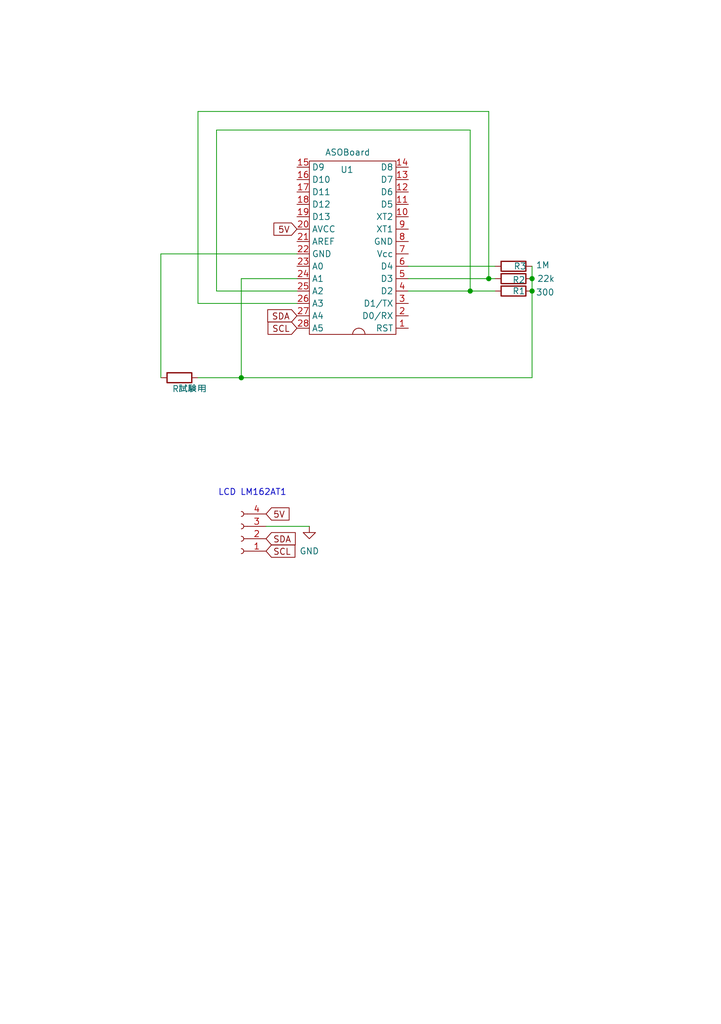
<source format=kicad_sch>
(kicad_sch (version 20231120) (generator "eeschema") (generator_version "8.0")
  (paper "A5" portrait)
  (lib_symbols
    (symbol "Connector:Conn_01x04_Socket" (pin_names (offset 1.016) hide)
      (property "Reference" "J" (at 0 5.08 0))
      (property "Value" "Conn_01x04_Socket" (at 0 -7.62 0))
      (symbol "Conn_01x04_Socket_1_1"
        (arc (start 0 -4.572) (mid -0.5058 -5.08) (end 0 -5.588) (stroke (width 0.1524)))
        (arc (start 0 -2.032) (mid -0.5058 -2.54) (end 0 -3.048) (stroke (width 0.1524)))
        (polyline (pts (xy -1.27 -5.08) (xy -0.508 -5.08)) (stroke (width 0.1524)))
        (polyline (pts (xy -1.27 -2.54) (xy -0.508 -2.54)) (stroke (width 0.1524)))
        (polyline (pts (xy -1.27 0) (xy -0.508 0)) (stroke (width 0.1524)))
        (polyline (pts (xy -1.27 2.54) (xy -0.508 2.54)) (stroke (width 0.1524)))
        (arc (start 0 0.508) (mid -0.5058 0) (end 0 -0.508) (stroke (width 0.1524)))
        (arc (start 0 3.048) (mid -0.5058 2.54) (end 0 2.032) (stroke (width 0.1524)))
        (pin passive line (at -5.08 2.54 0) (length 3.81) (name "Pin_1") (number "1"))
        (pin passive line (at -5.08 0 0) (length 3.81) (name "Pin_2") (number "2"))
        (pin passive line (at -5.08 -2.54 0) (length 3.81) (name "Pin_3") (number "3"))
        (pin passive line (at -5.08 -5.08 0) (length 3.81) (name "Pin_4") (number "4"))
      )
    )
    (symbol "Device:R" (pin_numbers hide) (pin_names (offset 0))
      (property "Reference" "R" (at 2.032 0 90))
      (property "Value" "R" (at 0 0 90))
      (symbol "R_0_1"
        (rectangle (start -1.016 -2.54) (end 1.016 2.54) (stroke (width 0.254)))
      )
      (symbol "R_1_1"
        (pin passive line (at 0 3.81 270) (length 1.27) (name "~") (number "1"))
        (pin passive line (at 0 -3.81 90) (length 1.27) (name "~") (number "2"))
      )
    )
    (symbol "Ore:ATmega328U_Duino"
      (property "Reference" "ATmega328P_arduino" (at 0 0 0))
      (symbol "ATmega328U_Duino_0_1"
        (arc (start -17.7799 11.4299) (mid -16.8819 11.8019) (end -16.5099 12.6999))
        (rectangle (start -17.78 22.86) (end 17.78 5.08))
        (arc (start -16.5099 12.7001) (mid -16.8819 13.5981) (end -17.7799 13.9701))
      )
      (symbol "ATmega328U_Duino_1_1"
        (pin input line (at -16.51 2.54 90) (length 2.54) (name "RST") (number "1"))
        (pin input line (at 6.35 2.54 90) (length 2.54) (name "XT2") (number "10"))
        (pin output line (at 8.89 2.54 90) (length 2.54) (name "D5") (number "11"))
        (pin output line (at 11.43 2.54 90) (length 2.54) (name "D6") (number "12"))
        (pin output line (at 13.97 2.54 90) (length 2.54) (name "D7") (number "13"))
        (pin output line (at 16.51 2.54 90) (length 2.54) (name "D8") (number "14"))
        (pin output line (at 16.51 25.4 270) (length 2.54) (name "D9") (number "15"))
        (pin output line (at 13.97 25.4 270) (length 2.54) (name "D10") (number "16"))
        (pin unspecified line (at 11.43 25.4 270) (length 2.54) (name "D11") (number "17"))
        (pin unspecified line (at 8.89 25.4 270) (length 2.54) (name "D12") (number "18"))
        (pin unspecified line (at 6.35 25.4 270) (length 2.54) (name "D13") (number "19"))
        (pin output line (at -13.97 2.54 90) (length 2.54) (name "D0/RX") (number "2"))
        (pin unspecified line (at 3.81 25.4 270) (length 2.54) (name "AVCC") (number "20"))
        (pin unspecified line (at 1.27 25.4 270) (length 2.54) (name "AREF") (number "21"))
        (pin unspecified line (at -1.27 25.4 270) (length 2.54) (name "GND") (number "22"))
        (pin unspecified line (at -3.81 25.4 270) (length 2.54) (name "A0") (number "23"))
        (pin unspecified line (at -6.35 25.4 270) (length 2.54) (name "A1") (number "24"))
        (pin unspecified line (at -8.89 25.4 270) (length 2.54) (name "A2") (number "25"))
        (pin unspecified line (at -11.43 25.4 270) (length 2.54) (name "A3") (number "26"))
        (pin unspecified line (at -13.97 25.4 270) (length 2.54) (name "A4") (number "27"))
        (pin unspecified line (at -16.51 25.4 270) (length 2.54) (name "A5") (number "28"))
        (pin output line (at -11.43 2.54 90) (length 2.54) (name "D1/TX") (number "3"))
        (pin output line (at -8.89 2.54 90) (length 2.54) (name "D2") (number "4"))
        (pin output line (at -6.35 2.54 90) (length 2.54) (name "D3") (number "5"))
        (pin output line (at -3.81 2.54 90) (length 2.54) (name "D4") (number "6"))
        (pin power_in line (at -1.27 2.54 90) (length 2.54) (name "Vcc") (number "7"))
        (pin power_out line (at 1.27 2.54 90) (length 2.54) (name "GND") (number "8"))
        (pin input line (at 3.81 2.54 90) (length 2.54) (name "XT1") (number "9"))
      )
    )
    (symbol "power:GND" (power) (pin_numbers hide) (pin_names (offset 0) hide)
      (property "Value" "GND" (at 0 -3.81 0))
      (symbol "GND_0_1"
        (polyline (pts (xy 0 0) (xy 0 -1.27) (xy 1.27 -1.27) (xy 0 -2.54) (xy -1.27 -1.27) (xy 0 -1.27)))
      )
      (symbol "GND_1_1"
        (pin power_in line (at 0 0 270) (length 0) (name "~") (number "1"))
      )
    )
  )
  (junction (at 109.22 57.15))
  (junction (at 96.52 59.69))
  (junction (at 49.53 77.47))
  (junction (at 100.33 57.15))
  (junction (at 109.22 59.69))
  (wire (pts (xy 60.96 59.69) (xy 44.45 59.69)))
  (wire (pts (xy 60.96 62.23) (xy 40.64 62.23)))
  (wire (pts (xy 96.52 59.69) (xy 83.82 59.69)))
  (wire (pts (xy 49.53 77.47) (xy 40.64 77.47)))
  (wire (pts (xy 101.6 59.69) (xy 96.52 59.69)))
  (wire (pts (xy 33.02 77.47) (xy 33.02 52.07)))
  (wire (pts (xy 100.33 22.86) (xy 100.33 57.15)))
  (wire (pts (xy 109.22 54.61) (xy 109.22 57.15)))
  (wire (pts (xy 109.22 77.47) (xy 109.22 59.69)))
  (wire (pts (xy 101.6 57.15) (xy 100.33 57.15)))
  (wire (pts (xy 101.6 54.61) (xy 83.82 54.61)))
  (wire (pts (xy 60.96 52.07) (xy 33.02 52.07)))
  (wire (pts (xy 44.45 59.69) (xy 44.45 26.67)))
  (wire (pts (xy 54.61 107.95) (xy 63.5 107.95)))
  (wire (pts (xy 49.53 57.15) (xy 49.53 77.47)))
  (wire (pts (xy 40.64 22.86) (xy 100.33 22.86)))
  (wire (pts (xy 40.64 62.23) (xy 40.64 22.86)))
  (wire (pts (xy 60.96 57.15) (xy 49.53 57.15)))
  (wire (pts (xy 44.45 26.67) (xy 96.52 26.67)))
  (wire (pts (xy 100.33 57.15) (xy 83.82 57.15)))
  (wire (pts (xy 96.52 26.67) (xy 96.52 59.69)))
  (wire (pts (xy 109.22 57.15) (xy 109.22 59.69)))
  (wire (pts (xy 109.22 77.47) (xy 49.53 77.47)))
  (text "LCD LM162AT1" (at 51.816 101.092 0) (effects (font (size 1.27 1.27))))
  (global_label "SDA" (shape input) (at 60.96 64.77 180) (property "Intersheetrefs" "${INTERSHEET_REFS}" (effects (hide yes))))
  (global_label "SCL" (shape input) (at 54.61 113.03 0) (property "Intersheetrefs" "${INTERSHEET_REFS}" (effects (hide yes))))
  (global_label "5V" (shape input) (at 60.96 46.99 180) (property "Intersheetrefs" "${INTERSHEET_REFS}" (effects (hide yes))))
  (global_label "5V" (shape input) (at 54.61 105.41 0) (property "Intersheetrefs" "${INTERSHEET_REFS}" (effects (hide yes))))
  (global_label "SDA" (shape input) (at 54.61 110.49 0) (property "Intersheetrefs" "${INTERSHEET_REFS}" (effects (hide yes))))
  (global_label "SCL" (shape input) (at 60.96 67.31 180) (property "Intersheetrefs" "${INTERSHEET_REFS}" (effects (hide yes))))
  (symbol (lib_id "Ore:ATmega328U_Duino") (at 86.36 50.8 90) (unit 1)
    (property "Reference" "U1" (at 69.85 34.798 90) (effects (justify right)))
    (property "Value" "ASOBoard" (at 71.374 31.242 90))
  )
  (symbol (lib_id "Connector:Conn_01x04_Socket") (at 49.53 110.49 180) (unit 1)
    (property "Reference" "J1" (effects (hide yes)))
    (property "Value" "Conn_01x04_Socket" (effects (hide yes)))
    (property "Description" "Generic connector, single row, 01x04, script generated" (effects (hide yes)))
  )
  (symbol (lib_id "Device:R") (at 105.41 54.61 270) (unit 1)
    (property "Reference" "R3" (at 105.41 54.61 90) (effects (justify left)))
    (property "Value" "1M" (at 109.982 54.356 90) (effects (justify left)))
  )
  (symbol (lib_id "Device:R") (at 105.41 57.15 270) (unit 1)
    (property "Reference" "R2" (at 105.156 57.404 90) (effects (justify left)))
    (property "Value" "22k" (at 110.236 57.15 90) (effects (justify left)))
  )
  (symbol (lib_id "Device:R") (at 36.83 77.47 270) (unit 1)
    (property "Reference" "R試験用" (at 35.306 79.756 90) (effects (justify left)))
    (property "Value" "R" (effects (hide yes)))
  )
  (symbol (lib_id "power:GND") (at 63.5 107.95 0) (unit 1)
    (property "Reference" "#PWR01" (effects (hide yes)))
    (property "Value" "GND" (at 63.5 113.03 0))
    (property "Description" "Power symbol creates a global label with name \"GND\" , ground" (effects (hide yes)))
  )
  (symbol (lib_id "Device:R") (at 105.41 59.69 270) (unit 1)
    (property "Reference" "R1" (at 105.156 59.69 90) (effects (justify left)))
    (property "Value" "300" (at 109.982 59.944 90) (effects (justify left)))
  )
)
</source>
